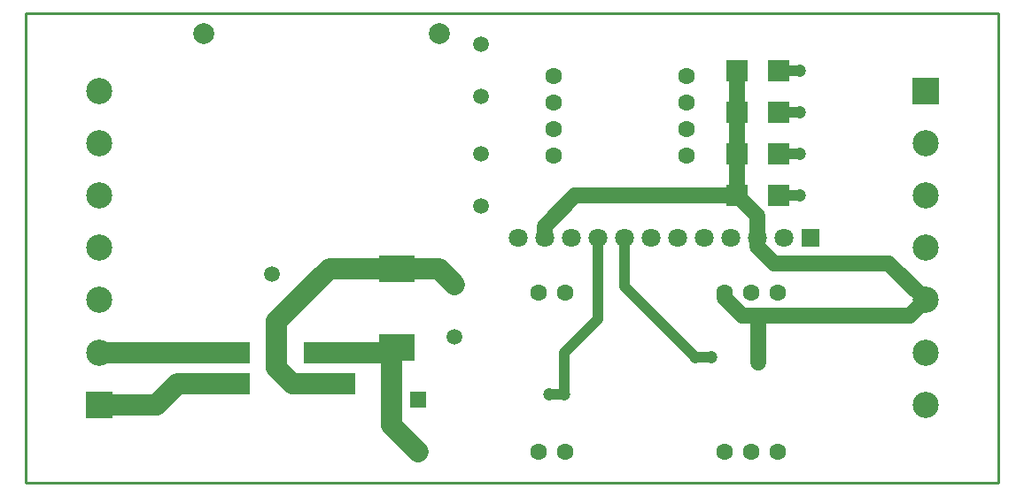
<source format=gtl>
G04 Layer_Physical_Order=1*
G04 Layer_Color=255*
%FSLAX42Y42*%
%MOMM*%
G71*
G01*
G75*
%ADD10R,5.00X2.00*%
%ADD11R,2.00X2.00*%
%ADD12R,3.50X2.50*%
%ADD13C,2.00*%
%ADD14C,1.00*%
%ADD15C,1.50*%
%ADD16C,0.25*%
%ADD17C,2.00*%
%ADD18C,1.60*%
%ADD19C,1.50*%
%ADD20C,1.80*%
%ADD21R,1.80X1.80*%
%ADD22C,2.50*%
%ADD23R,2.50X2.50*%
%ADD24R,1.50X1.50*%
%ADD25C,1.20*%
D10*
X1900Y950D02*
D03*
Y1250D02*
D03*
X2900Y950D02*
D03*
Y1250D02*
D03*
D11*
X7200Y2750D02*
D03*
X6800D02*
D03*
Y3150D02*
D03*
X7200D02*
D03*
Y3550D02*
D03*
X6800D02*
D03*
Y3950D02*
D03*
X7200D02*
D03*
D12*
X3550Y2050D02*
D03*
Y1300D02*
D03*
D13*
X2900Y2050D02*
X3550D01*
X2850Y2000D02*
X2900Y2050D01*
X2400Y1550D02*
X2850Y2000D01*
X2400Y1100D02*
Y1550D01*
Y1100D02*
X2550Y950D01*
X2900D01*
Y1250D02*
X3500D01*
X1450Y950D02*
X1900D01*
X1250Y750D02*
X1450Y950D01*
X700Y750D02*
X1250D01*
X700Y1250D02*
X1900D01*
X3950Y2050D02*
X4100Y1900D01*
X3550Y2050D02*
X3950D01*
X3500Y550D02*
X3750Y300D01*
X3500Y550D02*
Y1250D01*
D14*
X5722Y1878D02*
Y2350D01*
Y1878D02*
X6400Y1200D01*
X6550D01*
X5150Y850D02*
Y1250D01*
X5468Y1568D01*
Y2350D01*
X5000Y850D02*
X5150D01*
X7200Y2750D02*
X7400D01*
X7200Y3150D02*
X7400D01*
X7200Y3550D02*
X7400D01*
X7200Y3950D02*
X7400D01*
D15*
X7000Y1150D02*
Y1600D01*
X6850D02*
X7000D01*
X8450D01*
X6682Y1768D02*
X6850Y1600D01*
X6682Y1768D02*
Y1824D01*
X3500Y1250D02*
X3550Y1300D01*
X4960Y2350D02*
Y2460D01*
X5250Y2750D01*
X6800D01*
X6992Y2558D01*
Y2350D02*
Y2558D01*
X6800Y2750D02*
Y3150D01*
Y3550D01*
Y3950D01*
X8450Y1600D02*
X8600Y1750D01*
X8250Y2100D02*
X8600Y1750D01*
X7150Y2100D02*
X8250D01*
X6992Y2258D02*
X7150Y2100D01*
X6992Y2258D02*
Y2350D01*
D16*
X0Y0D02*
X9300D01*
Y4500D01*
X0D02*
X9300D01*
X0Y0D02*
Y4500D01*
D17*
X3950Y4300D02*
D03*
X1700D02*
D03*
D18*
X4904Y300D02*
D03*
X5158D02*
D03*
X7190D02*
D03*
Y1824D02*
D03*
X6682D02*
D03*
Y300D02*
D03*
X5158Y1824D02*
D03*
X4904D02*
D03*
X6936Y300D02*
D03*
Y1824D02*
D03*
X5050Y3900D02*
D03*
Y3646D02*
D03*
Y3392D02*
D03*
Y3138D02*
D03*
X6320D02*
D03*
Y3392D02*
D03*
Y3646D02*
D03*
Y3900D02*
D03*
D19*
X4350Y4200D02*
D03*
Y3700D02*
D03*
Y2650D02*
D03*
Y3150D02*
D03*
X4100Y1900D02*
D03*
Y1400D02*
D03*
X2350Y2000D02*
D03*
X2850D02*
D03*
X3750Y300D02*
D03*
D20*
X5214Y2350D02*
D03*
X4960D02*
D03*
X4706D02*
D03*
X5976D02*
D03*
X5722D02*
D03*
X5468D02*
D03*
X6230D02*
D03*
X6484D02*
D03*
X6738D02*
D03*
X6992D02*
D03*
X7246D02*
D03*
D21*
X7500D02*
D03*
D22*
X8600Y750D02*
D03*
Y1250D02*
D03*
Y1750D02*
D03*
Y2250D02*
D03*
Y3250D02*
D03*
Y2750D02*
D03*
X700Y3750D02*
D03*
Y3250D02*
D03*
Y2750D02*
D03*
Y2250D02*
D03*
Y1250D02*
D03*
Y1750D02*
D03*
D23*
X8600Y3750D02*
D03*
X700Y750D02*
D03*
D24*
X3750Y800D02*
D03*
D25*
X6550Y1200D02*
D03*
X6400D02*
D03*
X7000Y1150D02*
D03*
Y1600D02*
D03*
X5000Y850D02*
D03*
X5150D02*
D03*
X7400Y2750D02*
D03*
Y3150D02*
D03*
Y3550D02*
D03*
Y3950D02*
D03*
M02*

</source>
